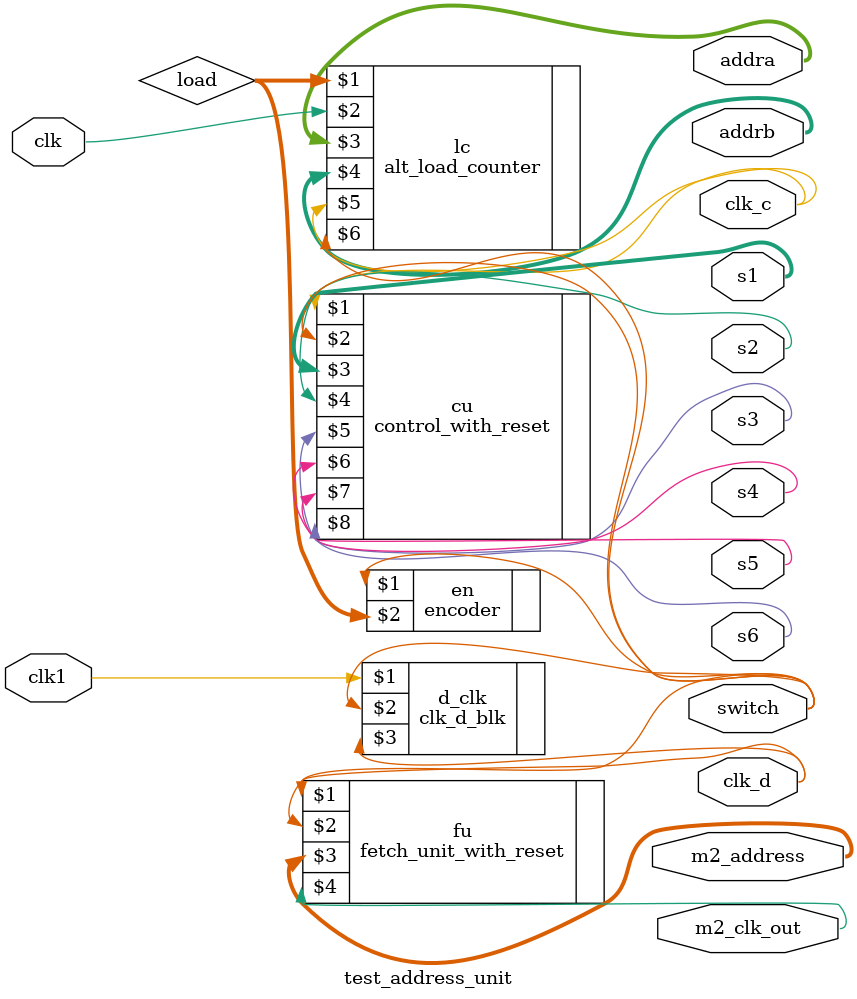
<source format=v>
`timescale 1ns / 1ps


module test_address_unit(clk,clk1,addra,addrb,s1,s2,s3,s4,s5,s6,m2_address,m2_clk_out,clk_d,switch,clk_c);
    input clk;
    input clk1;
    output clk_d;
    output wire switch;
    output [11:0]addra,addrb,m2_address;
    output [1:0] s1;
    output s2,s3,s4,s5,s6;
    output m2_clk_out;
    output clk_c;
    
    wire [11:0]load;
    
    encoder en(switch,load);
    alt_load_counter lc(load,clk,addra,addrb,clk_c,switch);
    clk_d_blk d_clk(clk1,switch,clk_d);
    control_with_reset cu(clk_c,switch,s1,s2,s3,s4,s5,s6);
    fetch_unit_with_reset fu(clk_d,switch,m2_address,m2_clk_out);
    
endmodule

</source>
